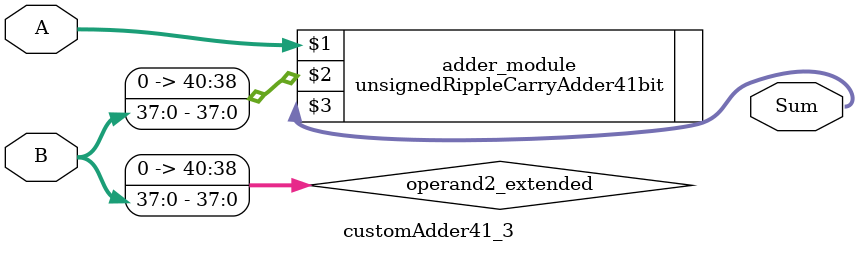
<source format=v>
module customAdder41_3(
                        input [40 : 0] A,
                        input [37 : 0] B,
                        
                        output [41 : 0] Sum
                );

        wire [40 : 0] operand2_extended;
        
        assign operand2_extended =  {3'b0, B};
        
        unsignedRippleCarryAdder41bit adder_module(
            A,
            operand2_extended,
            Sum
        );
        
        endmodule
        
</source>
